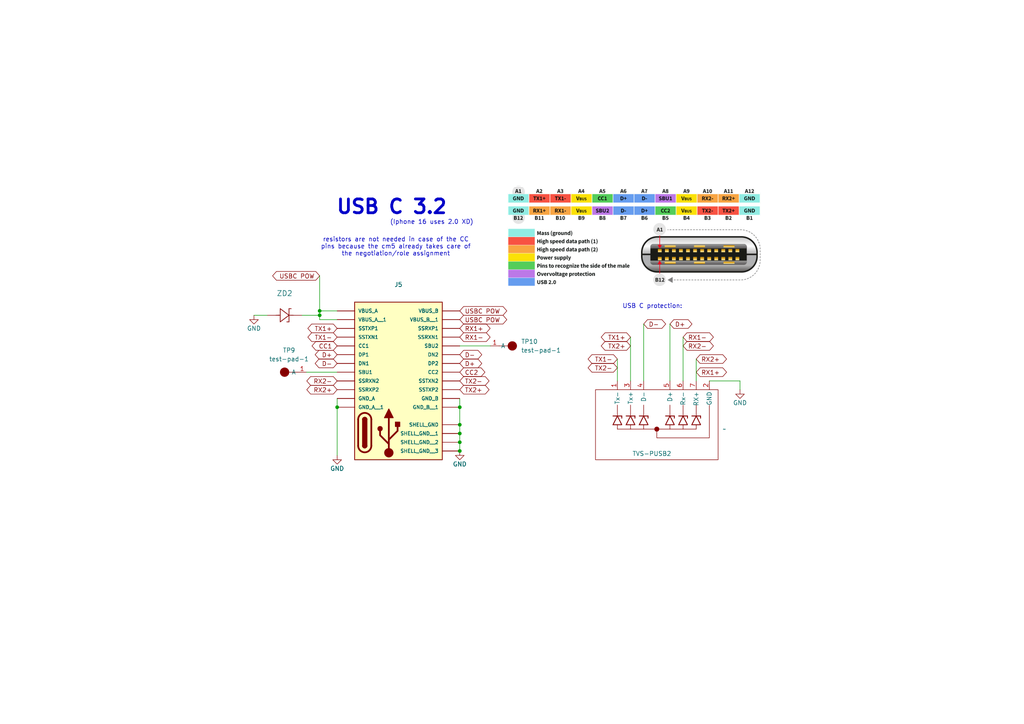
<source format=kicad_sch>
(kicad_sch (version 20250114) (generator "eeschema") (generator_version "9.0")
  (paper "A4")
  (lib_symbols
    (symbol "SPIRIT-components:TVS-diode-array-PUSB3FR6"
      (property "Reference" "TVS-PUSB3FR6" (at 0 1.016 0))
      (symbol "TVS-diode-array-PUSB3FR6_0_1"
        (rectangle (start -17.78 -7.62) (end 17.78 -27.94))
        (polyline (pts (xy -12.7 -15.24) (xy -10.16 -15.24)) (stroke (width 0.254)))
        (polyline (pts (xy -12.7 -17.78) (xy -10.16 -17.78) (xy -11.43 -15.24) (xy -12.7 -17.78)) (stroke (width 0.254)))
        (polyline (pts (xy -8.89 -15.24) (xy -6.35 -15.24)) (stroke (width 0.254)))
        (polyline (pts (xy -8.89 -17.78) (xy -6.35 -17.78) (xy -7.62 -15.24) (xy -8.89 -17.78)) (stroke (width 0.254)))
        (polyline (pts (xy -5.08 -15.24) (xy -2.54 -15.24)) (stroke (width 0.254)))
        (polyline (pts (xy -5.08 -17.78) (xy -2.54 -17.78) (xy -3.81 -15.24) (xy -5.08 -17.78)) (stroke (width 0.254)))
        (polyline (pts (xy 2.54 -15.24) (xy 5.08 -15.24)) (stroke (width 0.254)))
        (polyline (pts (xy 2.54 -17.78) (xy 5.08 -17.78) (xy 3.81 -15.24) (xy 2.54 -17.78)) (stroke (width 0.254)))
        (polyline (pts (xy 6.35 -15.24) (xy 8.89 -15.24)) (stroke (width 0.254)))
        (polyline (pts (xy 6.35 -17.78) (xy 8.89 -17.78) (xy 7.62 -15.24) (xy 6.35 -17.78)) (stroke (width 0.254)))
        (polyline (pts (xy 10.16 -15.24) (xy 12.7 -15.24)) (stroke (width 0.254)))
        (polyline (pts (xy 10.16 -17.78) (xy 12.7 -17.78) (xy 11.43 -15.24) (xy 10.16 -17.78)) (stroke (width 0.254)))
      )
      (symbol "TVS-diode-array-PUSB3FR6_1_1"
        (polyline (pts (xy -11.43 -15.24) (xy -11.43 -12.065)))
        (polyline (pts (xy -11.43 -19.05) (xy -11.43 -17.78)))
        (polyline (pts (xy -10.16 -15.24) (xy -10.16 -15.875) (xy -10.16 -15.24)) (stroke (width 0.254)))
        (polyline (pts (xy -7.62 -15.24) (xy -7.62 -12.065)))
        (polyline (pts (xy -7.62 -19.05) (xy -7.62 -17.78)))
        (polyline (pts (xy -6.35 -15.24) (xy -6.35 -15.875) (xy -6.35 -15.24)) (stroke (width 0.254)))
        (polyline (pts (xy -3.81 -15.24) (xy -3.81 -12.065)))
        (polyline (pts (xy -3.81 -19.05) (xy -3.81 -17.78)))
        (polyline (pts (xy -2.54 -15.24) (xy -2.54 -15.875) (xy -2.54 -15.24)) (stroke (width 0.254)))
        (circle (center 0 -19.05) (radius 0.0001))
        (circle (center 0 -19.05) (radius 0.0001))
        (circle (center 0 -19.05) (radius 0.635) (fill (type outline)))
        (polyline (pts (xy 3.81 -15.24) (xy 3.81 -12.065)))
        (polyline (pts (xy 3.81 -19.05) (xy 3.81 -17.78)))
        (polyline (pts (xy 5.08 -15.24) (xy 5.08 -15.875) (xy 5.08 -15.24)) (stroke (width 0.254)))
        (polyline (pts (xy 7.62 -15.24) (xy 7.62 -12.065)))
        (polyline (pts (xy 7.62 -19.05) (xy 7.62 -17.78)))
        (polyline (pts (xy 8.89 -15.24) (xy 8.89 -15.875) (xy 8.89 -15.24)) (stroke (width 0.254)))
        (polyline (pts (xy 11.43 -15.24) (xy 11.43 -12.065)))
        (polyline (pts (xy 11.43 -19.05) (xy 11.43 -17.78)))
        (polyline (pts (xy 12.7 -15.24) (xy 12.7 -15.875) (xy 12.7 -15.24)) (stroke (width 0.254)))
        (polyline (pts (xy 15.24 -12.065) (xy 15.24 -21.59) (xy 0 -21.59) (xy 0 -19.05) (xy 11.43 -19.05) (xy -11.43 -19.05)))
        (pin input line (at -11.43 -5.08 270) (length 2.54) (name "Tx-") (number "1"))
        (pin input line (at -7.62 -5.08 270) (length 2.54) (name "Tx+") (number "3"))
        (pin input line (at -3.81 -5.08 270) (length 2.54) (name "D-") (number "4"))
        (pin input line (at 3.81 -5.08 270) (length 2.54) (name "D+") (number "5"))
        (pin input line (at 7.62 -5.08 270) (length 2.54) (name "Rx-") (number "6"))
        (pin input line (at 11.43 -5.08 270) (length 2.54) (name "RX+") (number "7"))
        (pin input line (at 15.24 -5.08 270) (length 2.54) (name "GND") (number "2"))
      )
    )
    (symbol "SPIRIT-components:USB-protection-diode-PESD5V0C1USFYL" (pin_numbers (hide yes)) (pin_names (offset 0.254) (hide yes))
      (property "Reference" "ZD" (at 5.08 4.445 0))
      (property "Value" "USB-protection-diode-PESD5V0C1USFYL" (at 5.08 -3.81 0))
      (symbol "USB-protection-diode-PESD5V0C1USFYL_0_1"
        (polyline (pts (xy 2.54 0) (xy 3.4798 0)) (stroke (width 0.2032)))
        (polyline (pts (xy 3.175 0) (xy 3.81 0)) (stroke (width 0.2032)))
        (polyline (pts (xy 3.81 1.905) (xy 3.81 -1.905)) (stroke (width 0.2032)))
        (polyline (pts (xy 3.81 -1.905) (xy 6.35 0)) (stroke (width 0.2032)))
        (polyline (pts (xy 6.35 1.905) (xy 6.985 1.905)) (stroke (width 0.2032)))
        (polyline (pts (xy 6.35 0) (xy 3.81 1.905)) (stroke (width 0.2032)))
        (polyline (pts (xy 6.35 0) (xy 7.62 0)) (stroke (width 0.2032)))
        (polyline (pts (xy 6.35 -1.905) (xy 5.715 -1.905)) (stroke (width 0.2032)))
        (polyline (pts (xy 6.35 -1.905) (xy 6.35 1.905)) (stroke (width 0.2032)))
        (pin unspecified line (at 0 0 0) (length 2.54) (name "") (number "2"))
        (pin unspecified line (at 10.16 0 180) (length 2.54) (name "") (number "1"))
      )
    )
    (symbol "SPIRIT-components:USBC-3-2-fix-USB4056-03-A_REVA2" (pin_numbers (hide yes)) (pin_names (offset 1.016))
      (property "Reference" "J" (at -12.7 16.002 0))
      (property "Value" "USBC-3-2-fix-USB4056-03-A_REVA2" (at -12.7 -31.242 0))
      (symbol "USBC-3-2-fix-USB4056-03-A_REVA2_0_0"
        (rectangle (start -12.7 -30.48) (end 12.7 15.24) (stroke (width 0.254)) (fill (type background)))
        (pin power_in line (at -17.78 12.7 0) (length 5.08) (name "VBUS_A") (number "A4"))
        (pin power_in line (at -17.78 10.16 0) (length 5.08) (name "VBUS_A__1") (number "A9"))
        (pin bidirectional line (at -17.78 7.62 0) (length 5.08) (name "SSTXP1") (number "A2"))
        (pin bidirectional line (at -17.78 5.08 0) (length 5.08) (name "SSTXN1") (number "A3"))
        (pin bidirectional line (at -17.78 2.54 0) (length 5.08) (name "CC1") (number "A5"))
        (pin bidirectional line (at -17.78 0 0) (length 5.08) (name "DP1") (number "A6"))
        (pin bidirectional line (at -17.78 -2.54 0) (length 5.08) (name "DN1") (number "A7"))
        (pin bidirectional line (at -17.78 -5.08 0) (length 5.08) (name "SBU1") (number "A8"))
        (pin bidirectional line (at -17.78 -7.62 0) (length 5.08) (name "SSRXN2") (number "A10"))
        (pin bidirectional line (at -17.78 -10.16 0) (length 5.08) (name "SSRXP2") (number "A11"))
        (pin power_in line (at -17.78 -12.7 0) (length 5.08) (name "GND_A") (number "A1"))
        (pin power_in line (at -17.78 -15.24 0) (length 5.08) (name "GND_A__1") (number "A12"))
        (pin power_in line (at 17.78 12.7 180) (length 5.08) (name "VBUS_B") (number "B4"))
        (pin power_in line (at 17.78 10.16 180) (length 5.08) (name "VBUS_B__1") (number "B9"))
        (pin bidirectional line (at 17.78 7.62 180) (length 5.08) (name "SSRXP1") (number "B11"))
        (pin bidirectional line (at 17.78 5.08 180) (length 5.08) (name "SSRXN1") (number "B10"))
        (pin bidirectional line (at 17.78 2.54 180) (length 5.08) (name "SBU2") (number "B8"))
        (pin bidirectional line (at 17.78 0 180) (length 5.08) (name "DN2") (number "B7"))
        (pin bidirectional line (at 17.78 -2.54 180) (length 5.08) (name "DP2") (number "B6"))
        (pin bidirectional line (at 17.78 -5.08 180) (length 5.08) (name "CC2") (number "B5"))
        (pin bidirectional line (at 17.78 -7.62 180) (length 5.08) (name "SSTXN2") (number "B3"))
        (pin bidirectional line (at 17.78 -10.16 180) (length 5.08) (name "SSTXP2") (number "B2"))
        (pin power_in line (at 17.78 -12.7 180) (length 5.08) (name "GND_B") (number "B1"))
        (pin power_in line (at 17.78 -15.24 180) (length 5.08) (name "GND_B__1") (number "B12"))
        (pin power_in line (at 17.78 -20.32 180) (length 5.08) (name "SHELL_GND") (number "S1"))
        (pin power_in line (at 17.78 -22.86 180) (length 5.08) (name "SHELL_GND__1") (number "S2"))
        (pin power_in line (at 17.78 -25.4 180) (length 5.08) (name "SHELL_GND__2") (number "S3"))
        (pin power_in line (at 17.78 -27.94 180) (length 5.08) (name "SHELL_GND__3") (number "S4"))
      )
      (symbol "USBC-3-2-fix-USB4056-03-A_REVA2_0_1"
        (polyline (pts (xy -11.684 -26.416) (xy -11.684 -18.796)) (stroke (width 0.508)))
        (rectangle (start -10.414 -26.416) (end -9.144 -18.796) (stroke (width 0.254)) (fill (type outline)))
        (arc (start -10.414 -18.796) (mid -9.779 -18.1637) (end -9.144 -18.796) (stroke (width 0.254)))
        (arc (start -10.414 -18.796) (mid -9.779 -18.1637) (end -9.144 -18.796) (stroke (width 0.254)) (fill (type outline)))
        (arc (start -11.684 -18.796) (mid -9.779 -16.8993) (end -7.874 -18.796) (stroke (width 0.508)))
        (arc (start -7.874 -26.416) (mid -9.779 -28.3127) (end -11.684 -26.416) (stroke (width 0.508)))
        (arc (start -9.144 -26.416) (mid -9.779 -27.0483) (end -10.414 -26.416) (stroke (width 0.254)))
        (arc (start -9.144 -26.416) (mid -9.779 -27.0483) (end -10.414 -26.416) (stroke (width 0.254)) (fill (type outline)))
        (polyline (pts (xy -7.874 -18.796) (xy -7.874 -26.416)) (stroke (width 0.508)))
        (circle (center -5.334 -21.463) (radius 0.635) (stroke (width 0.254)) (fill (type outline)))
        (polyline (pts (xy -4.064 -18.288) (xy -2.794 -15.748) (xy -1.524 -18.288) (xy -4.064 -18.288)) (stroke (width 0.254)) (fill (type outline)))
        (polyline (pts (xy -2.794 -24.638) (xy -0.254 -22.098) (xy -0.254 -20.828)) (stroke (width 0.508)))
        (polyline (pts (xy -2.794 -25.908) (xy -5.334 -23.368) (xy -5.334 -22.098)) (stroke (width 0.508)))
        (circle (center -2.794 -28.448) (radius 1.27) (fill (type outline)))
        (polyline (pts (xy -2.794 -28.448) (xy -2.794 -18.288)) (stroke (width 0.508)))
        (rectangle (start -0.889 -20.828) (end 0.381 -19.558) (stroke (width 0.254)) (fill (type outline)))
      )
    )
    (symbol "SPIRIT-components:test-pad-1"
      (property "Reference" "TP" (at 0 1.27 0))
      (property "Value" "test-pad-1" (at 0 3.81 0))
      (symbol "test-pad-1_0_1"
        (polyline (pts (xy 0 -1.27) (xy -3.81 -1.27)))
        (circle (center 0 -1.27) (radius 1.27) (fill (type outline)))
      )
      (symbol "test-pad-1_1_1"
        (pin passive line (at -6.35 -1.27 0) (length 2.54) (name "A") (number "1"))
      )
    )
    (symbol "power:GND" (power) (pin_names (offset 0))
      (property "Value" "GND" (at 0 -3.81 0))
      (symbol "GND_0_1"
        (polyline (pts (xy 0 0) (xy 0 -1.27) (xy 1.27 -1.27) (xy 0 -2.54) (xy -1.27 -1.27) (xy 0 -1.27)))
      )
      (symbol "GND_1_1"
        (pin power_in line (at 0 0 270) (length 0) (hide yes) (name "GND") (number "1"))
      )
    )
  )
  (text "USB C protection:" (at 189.23 88.9 0) (effects (font (size 1.27 1.27))))
  (text "resistors are not needed in case of the CC\npins because the cm5 already takes care of\nthe negotiation/role assignment" (at 114.808 71.628 0) (effects (font (size 1.27 1.27))))
  (text "(Iphone 16 uses 2.0 XD)" (at 125.222 64.516 0) (effects (font (size 1.27 1.27))))
  (text "USB C 3.2" (at 97.282 62.484 0) (effects (font (size 4 4) (thickness 0.8) (bold yes)) (justify left bottom)))
  (junction (at 133.35 118.11))
  (junction (at 133.35 128.27))
  (junction (at 92.71 91.44))
  (junction (at 133.35 130.81))
  (junction (at 133.35 123.19))
  (junction (at 92.71 90.17))
  (junction (at 133.35 125.73))
  (junction (at 97.79 118.11))
  (wire (pts (xy 133.35 118.11) (xy 133.35 123.19)))
  (wire (pts (xy 97.79 115.57) (xy 97.79 118.11)))
  (wire (pts (xy 186.69 93.98) (xy 186.69 110.49)))
  (wire (pts (xy 214.63 110.49) (xy 205.74 110.49)))
  (wire (pts (xy 133.35 125.73) (xy 133.35 128.27)))
  (wire (pts (xy 133.35 100.33) (xy 142.24 100.33)))
  (wire (pts (xy 92.71 92.71) (xy 92.71 91.44)))
  (wire (pts (xy 179.07 104.14) (xy 179.07 110.49)))
  (wire (pts (xy 133.35 115.57) (xy 133.35 118.11)))
  (wire (pts (xy 182.88 97.79) (xy 182.88 110.49)))
  (wire (pts (xy 194.31 93.98) (xy 194.31 110.49)))
  (wire (pts (xy 214.63 113.03) (xy 214.63 110.49)))
  (wire (pts (xy 87.63 91.44) (xy 92.71 91.44)))
  (wire (pts (xy 97.79 92.71) (xy 92.71 92.71)))
  (wire (pts (xy 97.79 118.11) (xy 97.79 132.08)))
  (wire (pts (xy 201.93 104.14) (xy 201.93 110.49)))
  (wire (pts (xy 92.71 91.44) (xy 92.71 90.17)))
  (wire (pts (xy 133.35 123.19) (xy 133.35 125.73)))
  (wire (pts (xy 198.12 97.79) (xy 198.12 110.49)))
  (wire (pts (xy 88.9 107.95) (xy 97.79 107.95)))
  (wire (pts (xy 77.47 91.44) (xy 73.66 91.44)))
  (wire (pts (xy 92.71 80.01) (xy 92.71 90.17)))
  (wire (pts (xy 133.35 128.27) (xy 133.35 130.81)))
  (wire (pts (xy 92.71 90.17) (xy 97.79 90.17)))
  (image (at 183.896 68.58))
  (global_label "TX2+" (shape bidirectional) (at 133.35 113.03 0) (property "Intersheetrefs" "${INTERSHEET_REFS}" (effects (hide yes))))
  (global_label "CC2" (shape bidirectional) (at 133.35 107.95 0) (property "Intersheetrefs" "${INTERSHEET_REFS}" (effects (hide yes))))
  (global_label "RX2+" (shape bidirectional) (at 201.93 104.14 0) (property "Intersheetrefs" "${INTERSHEET_REFS}" (effects (hide yes))))
  (global_label "RX1-" (shape bidirectional) (at 198.12 97.79 0) (property "Intersheetrefs" "${INTERSHEET_REFS}" (effects (hide yes))))
  (global_label "RX2-" (shape bidirectional) (at 198.12 100.33 0) (property "Intersheetrefs" "${INTERSHEET_REFS}" (effects (hide yes))))
  (global_label "CC1" (shape bidirectional) (at 97.79 100.33 180) (property "Intersheetrefs" "${INTERSHEET_REFS}" (effects (hide yes))))
  (global_label "RX1-" (shape bidirectional) (at 133.35 97.79 0) (property "Intersheetrefs" "${INTERSHEET_REFS}" (effects (hide yes))))
  (global_label "TX2-" (shape bidirectional) (at 133.35 110.49 0) (property "Intersheetrefs" "${INTERSHEET_REFS}" (effects (hide yes))))
  (global_label "TX1-" (shape bidirectional) (at 97.79 97.79 180) (property "Intersheetrefs" "${INTERSHEET_REFS}" (effects (hide yes))))
  (global_label "RX1+" (shape bidirectional) (at 133.35 95.25 0) (property "Intersheetrefs" "${INTERSHEET_REFS}" (effects (hide yes))))
  (global_label "USBC POW" (shape bidirectional) (at 133.35 92.71 0) (property "Intersheetrefs" "${INTERSHEET_REFS}" (effects (hide yes))))
  (global_label "RX2+" (shape bidirectional) (at 97.79 113.03 180) (property "Intersheetrefs" "${INTERSHEET_REFS}" (effects (hide yes))))
  (global_label "USBC POW" (shape bidirectional) (at 92.71 80.01 180) (property "Intersheetrefs" "${INTERSHEET_REFS}" (effects (hide yes))))
  (global_label "D-" (shape bidirectional) (at 133.35 102.87 0) (property "Intersheetrefs" "${INTERSHEET_REFS}" (effects (hide yes))))
  (global_label "USBC POW" (shape bidirectional) (at 133.35 90.17 0) (property "Intersheetrefs" "${INTERSHEET_REFS}" (effects (hide yes))))
  (global_label "TX1+" (shape bidirectional) (at 182.88 97.79 180) (property "Intersheetrefs" "${INTERSHEET_REFS}" (effects (hide yes))))
  (global_label "TX1-" (shape bidirectional) (at 179.07 104.14 180) (property "Intersheetrefs" "${INTERSHEET_REFS}" (effects (hide yes))))
  (global_label "D+" (shape bidirectional) (at 194.31 93.98 0) (property "Intersheetrefs" "${INTERSHEET_REFS}" (effects (hide yes))))
  (global_label "D+" (shape bidirectional) (at 133.35 105.41 0) (property "Intersheetrefs" "${INTERSHEET_REFS}" (effects (hide yes))))
  (global_label "TX2+" (shape bidirectional) (at 182.88 100.33 180) (property "Intersheetrefs" "${INTERSHEET_REFS}" (effects (hide yes))))
  (global_label "D-" (shape bidirectional) (at 186.69 93.98 0) (property "Intersheetrefs" "${INTERSHEET_REFS}" (effects (hide yes))))
  (global_label "RX1+" (shape bidirectional) (at 201.93 107.95 0) (property "Intersheetrefs" "${INTERSHEET_REFS}" (effects (hide yes))))
  (global_label "TX1+" (shape bidirectional) (at 97.79 95.25 180) (property "Intersheetrefs" "${INTERSHEET_REFS}" (effects (hide yes))))
  (global_label "D+" (shape bidirectional) (at 97.79 102.87 180) (property "Intersheetrefs" "${INTERSHEET_REFS}" (effects (hide yes))))
  (global_label "TX2-" (shape bidirectional) (at 179.07 106.68 180) (property "Intersheetrefs" "${INTERSHEET_REFS}" (effects (hide yes))))
  (global_label "D-" (shape bidirectional) (at 97.79 105.41 180) (property "Intersheetrefs" "${INTERSHEET_REFS}" (effects (hide yes))))
  (global_label "RX2-" (shape bidirectional) (at 97.79 110.49 180) (property "Intersheetrefs" "${INTERSHEET_REFS}" (effects (hide yes))))
  (symbol (lib_id "power:GND") (at 214.63 113.03 0) (unit 1)
    (property "Reference" "#PWR082" (effects (hide yes)))
    (property "Value" "GND" (at 214.63 116.84 0))
  )
  (symbol (lib_id "power:GND") (at 97.79 132.08 0) (unit 1)
    (property "Reference" "#PWR080" (effects (hide yes)))
    (property "Value" "GND" (at 97.79 135.89 0))
  )
  (symbol (lib_id "SPIRIT-components:USB-protection-diode-PESD5V0C1USFYL") (at 77.47 91.44 0) (unit 1)
    (property "Reference" "ZD2" (at 82.55 85.09 0) (effects (font (size 1.524 1.524))))
    (property "Value" "protection-PESD5V0C1USFYL" (effects (hide yes)))
    (property "Footprint" "SPIRIT-footprints:USB-ESD-protection-diode-PESD5V0C1USFYL-SOD962-2_DSN0603-2_NEX" (effects (hide yes)))
    (property "Datasheet" "PESD5V0C1USFYL" (effects (hide yes)))
  )
  (symbol (lib_id "power:GND") (at 73.66 91.44 0) (unit 1)
    (property "Reference" "#PWR079" (effects (hide yes)))
    (property "Value" "GND" (at 73.66 95.25 0))
  )
  (symbol (lib_id "SPIRIT-components:USBC-3-2-fix-USB4056-03-A_REVA2") (at 115.57 102.87 0) (unit 1)
    (property "Reference" "J5" (at 115.57 82.55 0))
    (property "Value" "USBC-3-2-fix-USB4056-03-A_REVA2" (effects (hide yes)))
    (property "Footprint" "SPIRIT-footprints:USBC-3-2-fix-GCT_USB4056-03-A_REVA2" (effects (hide yes)))
    (property "PARTREV" "A2" (effects (hide yes)))
    (property "STANDARD" "Manufacturer Recommendations" (effects (hide yes)))
    (property "SNAPEDA_PN" "USB4056-03-A" (effects (hide yes)))
    (property "MAXIMUM_PACKAGE_HEIGHT" "3.31 mm" (effects (hide yes)))
    (property "MANUFACTURER" "GCT" (effects (hide yes)))
  )
  (symbol (lib_id "SPIRIT-components:test-pad-1") (at 148.59 99.06 0) (unit 1)
    (property "Reference" "TP10" (at 151.13 99.0599 0) (effects (justify left)))
    (property "Value" "test-pad-1" (at 151.13 101.5999 0) (effects (justify left)))
    (property "Footprint" "SPIRIT-footprints:test-pad-1" (effects (hide yes)))
  )
  (symbol (lib_id "power:GND") (at 133.35 130.81 0) (unit 1)
    (property "Reference" "#PWR081" (effects (hide yes)))
    (property "Value" "GND" (at 133.35 134.62 0))
  )
  (symbol (lib_id "SPIRIT-components:test-pad-1") (at 82.55 109.22 180) (unit 1)
    (property "Reference" "TP9" (at 83.82 101.6 0))
    (property "Value" "test-pad-1" (at 83.82 104.14 0))
    (property "Footprint" "SPIRIT-footprints:test-pad-1" (effects (hide yes)))
  )
  (symbol (lib_id "SPIRIT-components:TVS-diode-array-PUSB3FR6") (at 190.5 105.41 0) (unit 1)
    (property "Reference" "TVS-PUSB2" (at 183.388 131.572 0) (effects (justify left)))
    (property "Value" "~" (at 209.55 124.46 0) (effects (justify left)))
    (property "Footprint" "SPIRIT-footprints:TVS-array-IC_PUSB3AB6Z" (effects (hide yes)))
  )
)
</source>
